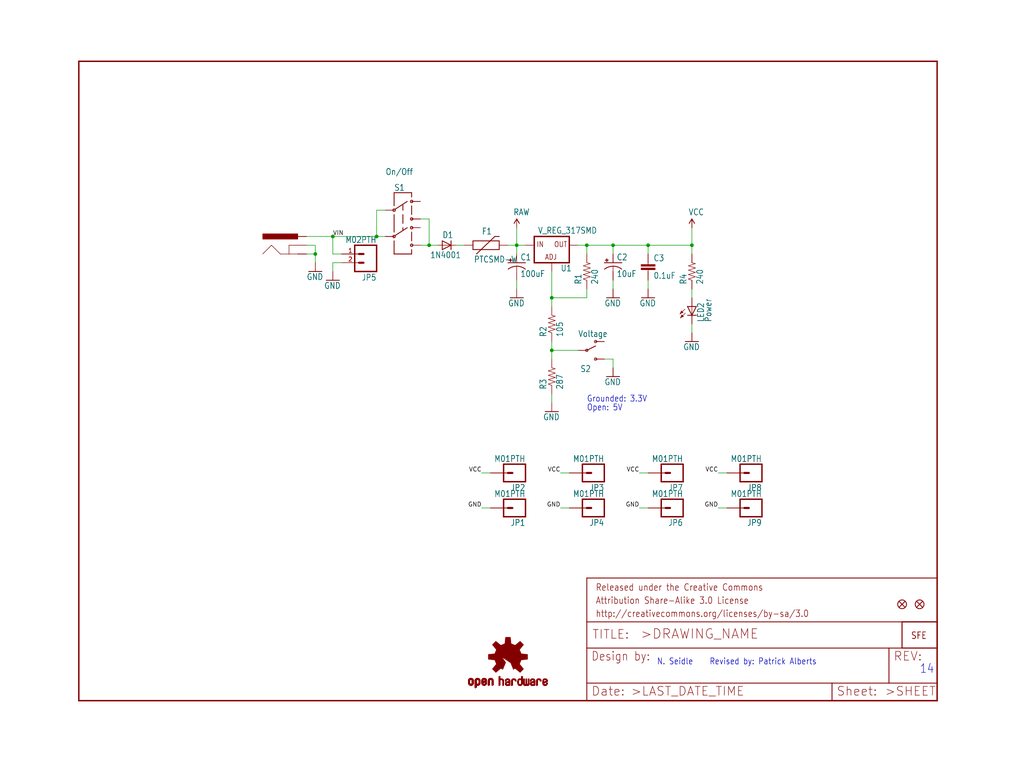
<source format=kicad_sch>
(kicad_sch (version 20211123) (generator eeschema)
  (paper "User" 297.002 223.926)
  (lib_symbols
    (symbol "eagleSchem-eagle-import:105OHM-1{slash}10W-1%(0603)"
      (property "Reference" "R" (at -3.81 1.4986 0))
      (property "Value" "105OHM-1{slash}10W-1%(0603)" (at -3.81 -3.302 0))
      (symbol "105OHM-1{slash}10W-1%(0603)_1_0"
        (pin passive line (at -5.08 0 0) (length 2.54) (name "1") (number "1"))
        (pin passive line (at 5.08 0 180) (length 2.54) (name "2") (number "2"))
      )
    )
    (symbol "eagleSchem-eagle-import:240OHM1{slash}10W1%(0603)"
      (property "Reference" "R" (at -3.81 1.4986 0))
      (property "Value" "240OHM1{slash}10W1%(0603)" (at -3.81 -3.302 0))
      (symbol "240OHM1{slash}10W1%(0603)_1_0"
        (pin passive line (at -5.08 0 0) (length 2.54) (name "1") (number "1"))
        (pin passive line (at 5.08 0 180) (length 2.54) (name "2") (number "2"))
      )
    )
    (symbol "eagleSchem-eagle-import:287OHM-1{slash}10W-1%(0603)"
      (property "Reference" "R" (at -3.81 1.4986 0))
      (property "Value" "287OHM-1{slash}10W-1%(0603)" (at -3.81 -3.302 0))
      (symbol "287OHM-1{slash}10W-1%(0603)_1_0"
        (pin passive line (at -5.08 0 0) (length 2.54) (name "1") (number "1"))
        (pin passive line (at 5.08 0 180) (length 2.54) (name "2") (number "2"))
      )
    )
    (symbol "eagleSchem-eagle-import:AYZ0202"
      (property "Value" "AYZ0202" (at -2.54 -12.7 0))
      (symbol "AYZ0202_1_0"
        (pin bidirectional line (at 5.08 0 180) (length 2.54) (name "3") (number "1"))
        (pin bidirectional line (at -5.08 2.54 0) (length 2.54) (name "2") (number "2"))
        (pin bidirectional line (at 5.08 5.08 180) (length 2.54) (name "1") (number "3"))
        (pin bidirectional line (at 5.08 -7.62 180) (length 2.54) (name "6") (number "4"))
        (pin bidirectional line (at -5.08 -5.08 0) (length 2.54) (name "5") (number "5"))
        (pin bidirectional line (at 5.08 -2.54 180) (length 2.54) (name "4") (number "6"))
      )
    )
    (symbol "eagleSchem-eagle-import:CAP0603-CAP"
      (property "Reference" "C" (at 1.524 2.921 0))
      (property "Value" "CAP0603-CAP" (at 1.524 -2.159 0))
      (symbol "CAP0603-CAP_1_0"
        (pin passive line (at 0 5.08 270) (length 2.54) (name "1") (number "1"))
        (pin passive line (at 0 -2.54 90) (length 2.54) (name "2") (number "2"))
      )
    )
    (symbol "eagleSchem-eagle-import:CAP_POL1206"
      (property "Reference" "C" (at 1.016 0.635 0))
      (property "Value" "CAP_POL1206" (at 1.016 -4.191 0))
      (symbol "CAP_POL1206_1_0"
        (pin passive line (at 0 2.54 270) (length 2.54) (name "+") (number "A"))
        (pin passive line (at 0 -5.08 90) (length 2.54) (name "-") (number "C"))
      )
    )
    (symbol "eagleSchem-eagle-import:CAP_POL7343"
      (property "Reference" "C" (at 1.016 0.635 0))
      (property "Value" "CAP_POL7343" (at 1.016 -4.191 0))
      (symbol "CAP_POL7343_1_0"
        (pin passive line (at 0 2.54 270) (length 2.54) (name "+") (number "A"))
        (pin passive line (at 0 -5.08 90) (length 2.54) (name "-") (number "C"))
      )
    )
    (symbol "eagleSchem-eagle-import:DIODESMA-TYLERALT1"
      (property "Reference" "D" (at 2.54 0.4826 0))
      (property "Value" "DIODESMA-TYLERALT1" (at 2.54 -2.3114 0))
      (symbol "DIODESMA-TYLERALT1_1_0"
        (pin passive line (at -2.54 0 0) (length 2.54) (name "A") (number "A"))
        (pin passive line (at 2.54 0 180) (length 2.54) (name "C") (number "C"))
      )
    )
    (symbol "eagleSchem-eagle-import:FIDUCIAL1X2")
    (symbol "eagleSchem-eagle-import:FRAME-LETTER"
      (symbol "FRAME-LETTER_2_0"
        (text ">DRAWING_NAME" (at 15.494 17.78 0) (effects (font (size 2.7432 2.7432)) (justify left bottom)))
        (text ">LAST_DATE_TIME" (at 12.7 1.27 0) (effects (font (size 2.54 2.54)) (justify left bottom)))
        (text ">SHEET" (at 86.36 1.27 0) (effects (font (size 2.54 2.54)) (justify left bottom)))
        (text "Attribution Share-Alike 3.0 License" (at 2.54 27.94 0) (effects (font (size 1.9304 1.6408)) (justify left bottom)))
        (text "Date:" (at 1.27 1.27 0) (effects (font (size 2.54 2.54)) (justify left bottom)))
        (text "Design by:" (at 1.27 11.43 0) (effects (font (size 2.54 2.159)) (justify left bottom)))
        (text "http://creativecommons.org/licenses/by-sa/3.0" (at 2.54 24.13 0) (effects (font (size 1.9304 1.6408)) (justify left bottom)))
        (text "Released under the Creative Commons" (at 2.54 31.75 0) (effects (font (size 1.9304 1.6408)) (justify left bottom)))
        (text "REV:" (at 88.9 11.43 0) (effects (font (size 2.54 2.54)) (justify left bottom)))
        (text "Sheet:" (at 72.39 1.27 0) (effects (font (size 2.54 2.54)) (justify left bottom)))
        (text "TITLE:" (at 1.524 17.78 0) (effects (font (size 2.54 2.54)) (justify left bottom)))
      )
    )
    (symbol "eagleSchem-eagle-import:GND" (power)
      (property "Value" "GND" (at -2.54 -2.54 0))
      (symbol "GND_1_0"
        (pin power_in line (at 0 2.54 270) (length 2.54) (name "GND") (number "1"))
      )
    )
    (symbol "eagleSchem-eagle-import:LED1206"
      (property "Reference" "LED" (at 3.556 -4.572 90))
      (property "Value" "LED1206" (at 5.715 -4.572 90))
      (symbol "LED1206_1_0"
        (pin passive line (at 0 2.54 270) (length 2.54) (name "A") (number "A"))
        (pin passive line (at 0 -5.08 90) (length 2.54) (name "C") (number "C"))
      )
    )
    (symbol "eagleSchem-eagle-import:LOGO-SFENEW"
      (symbol "LOGO-SFENEW_1_0"
        (text "SFE" (at 0 0 0) (effects (font (size 1.9304 1.6408)) (justify left bottom)))
      )
    )
    (symbol "eagleSchem-eagle-import:LOGO-SFESK"
      (symbol "LOGO-SFESK_1_0"
        (text "SFE" (at 0 0 0) (effects (font (size 1.9304 1.6408)) (justify left bottom)))
      )
    )
    (symbol "eagleSchem-eagle-import:M01PTH"
      (property "Reference" "JP" (at -2.54 3.302 0))
      (property "Value" "M01PTH" (at -2.54 -5.08 0))
      (symbol "M01PTH_1_0"
        (pin passive line (at 7.62 0 180) (length 5.08) (name "1") (number "1"))
      )
    )
    (symbol "eagleSchem-eagle-import:M02PTH"
      (property "Reference" "JP" (at -2.54 5.842 0))
      (property "Value" "M02PTH" (at -2.54 -5.08 0))
      (symbol "M02PTH_1_0"
        (pin passive line (at 7.62 0 180) (length 5.08) (name "1") (number "1"))
        (pin passive line (at 7.62 2.54 180) (length 5.08) (name "2") (number "2"))
      )
    )
    (symbol "eagleSchem-eagle-import:OSHW-LOGOS")
    (symbol "eagleSchem-eagle-import:POWER_JACKOVERPASTE_REDBOARD_0603"
      (symbol "POWER_JACKOVERPASTE_REDBOARD_0603_1_0"
        (pin bidirectional line (at 2.54 5.08 180) (length 2.54) (name "GNDBREAK") (number "GND"))
        (pin bidirectional line (at 2.54 2.54 180) (length 2.54) (name "GND") (number "P$4"))
        (pin bidirectional line (at 2.54 7.62 180) (length 2.54) (name "PWR") (number "VIN0"))
      )
    )
    (symbol "eagleSchem-eagle-import:PTCSMD-W"
      (property "Reference" "F" (at -2.54 3.048 0))
      (property "Value" "PTCSMD-W" (at -3.302 -5.08 0))
      (symbol "PTCSMD-W_1_0"
        (pin bidirectional line (at -5.08 0 0) (length 2.54) (name "1") (number "1"))
        (pin bidirectional line (at 7.62 0 180) (length 2.54) (name "2") (number "2"))
      )
    )
    (symbol "eagleSchem-eagle-import:SWITCH-SPSTSMD"
      (property "Reference" "S" (at -1.905 -6.35 0))
      (property "Value" "SWITCH-SPSTSMD" (at -2.54 3.81 0))
      (symbol "SWITCH-SPSTSMD_1_0"
        (pin passive line (at 5.08 2.54 180) (length 2.54) (name "O") (number "1"))
        (pin passive line (at -2.54 0 0) (length 2.54) (name "P") (number "2"))
        (pin passive line (at 5.08 -2.54 180) (length 2.54) (name "S") (number "3"))
      )
    )
    (symbol "eagleSchem-eagle-import:VCC" (power)
      (property "Value" "VCC" (at -1.016 3.556 0))
      (symbol "VCC_1_0"
        (pin power_in line (at 0 0 90) (length 2.54) (name "VCC") (number "1"))
      )
    )
    (symbol "eagleSchem-eagle-import:V_REG_317SMD"
      (property "Reference" "U" (at 2.54 -7.62 0))
      (property "Value" "V_REG_317SMD" (at 2.54 -10.16 0))
      (symbol "V_REG_317SMD_1_0"
        (text "ADJ" (at -2.032 -4.318 0) (effects (font (size 1.524 1.2954)) (justify left bottom)))
        (text "IN" (at -4.445 -0.635 0) (effects (font (size 1.524 1.2954)) (justify left bottom)))
        (text "OUT" (at 0.635 -0.635 0) (effects (font (size 1.524 1.2954)) (justify left bottom)))
        (pin input line (at 0 -7.62 90) (length 2.54) (name "ADJ") (number "1"))
        (pin output line (at 7.62 0 180) (length 2.54) (name "OUT") (number "2"))
        (pin input line (at -7.62 0 0) (length 2.54) (name "IN") (number "3"))
      )
    )
  )
  (junction (at 177.8 71.12))
  (junction (at 91.44 73.66))
  (junction (at 109.22 68.58))
  (junction (at 160.02 86.36))
  (junction (at 96.52 68.58))
  (junction (at 187.96 71.12))
  (junction (at 200.66 71.12))
  (junction (at 160.02 101.6))
  (junction (at 124.46 71.12))
  (junction (at 170.18 71.12))
  (junction (at 149.86 71.12))
  (wire (pts (xy 160.02 99.06) (xy 160.02 101.6)))
  (wire (pts (xy 170.18 71.12) (xy 177.8 71.12)))
  (wire (pts (xy 167.64 101.6) (xy 160.02 101.6)))
  (wire (pts (xy 177.8 104.14) (xy 177.8 106.68)))
  (wire (pts (xy 187.96 147.32) (xy 185.42 147.32)))
  (wire (pts (xy 160.02 101.6) (xy 160.02 104.14)))
  (wire (pts (xy 142.24 147.32) (xy 139.7 147.32)))
  (wire (pts (xy 167.64 71.12) (xy 170.18 71.12)))
  (wire (pts (xy 160.02 114.3) (xy 160.02 116.84)))
  (wire (pts (xy 160.02 86.36) (xy 160.02 78.74)))
  (wire (pts (xy 96.52 76.2) (xy 96.52 78.74)))
  (wire (pts (xy 124.46 63.5) (xy 124.46 71.12)))
  (wire (pts (xy 149.86 73.66) (xy 149.86 71.12)))
  (wire (pts (xy 88.9 71.12) (xy 91.44 71.12)))
  (wire (pts (xy 142.24 137.16) (xy 139.7 137.16)))
  (wire (pts (xy 187.96 73.66) (xy 187.96 71.12)))
  (wire (pts (xy 177.8 83.82) (xy 177.8 81.28)))
  (wire (pts (xy 121.92 63.5) (xy 124.46 63.5)))
  (wire (pts (xy 132.08 71.12) (xy 134.62 71.12)))
  (wire (pts (xy 165.1 137.16) (xy 162.56 137.16)))
  (wire (pts (xy 149.86 71.12) (xy 149.86 66.04)))
  (wire (pts (xy 88.9 68.58) (xy 96.52 68.58)))
  (wire (pts (xy 177.8 73.66) (xy 177.8 71.12)))
  (wire (pts (xy 170.18 86.36) (xy 160.02 86.36)))
  (wire (pts (xy 121.92 71.12) (xy 124.46 71.12)))
  (wire (pts (xy 124.46 71.12) (xy 127 71.12)))
  (wire (pts (xy 91.44 71.12) (xy 91.44 73.66)))
  (wire (pts (xy 99.06 73.66) (xy 96.52 73.66)))
  (wire (pts (xy 175.26 104.14) (xy 177.8 104.14)))
  (wire (pts (xy 177.8 71.12) (xy 187.96 71.12)))
  (wire (pts (xy 91.44 76.2) (xy 91.44 73.66)))
  (wire (pts (xy 187.96 137.16) (xy 185.42 137.16)))
  (wire (pts (xy 200.66 73.66) (xy 200.66 71.12)))
  (wire (pts (xy 96.52 68.58) (xy 109.22 68.58)))
  (wire (pts (xy 160.02 88.9) (xy 160.02 86.36)))
  (wire (pts (xy 187.96 83.82) (xy 187.96 81.28)))
  (wire (pts (xy 111.76 60.96) (xy 109.22 60.96)))
  (wire (pts (xy 210.82 147.32) (xy 208.28 147.32)))
  (wire (pts (xy 200.66 71.12) (xy 200.66 66.04)))
  (wire (pts (xy 91.44 73.66) (xy 88.9 73.66)))
  (wire (pts (xy 187.96 71.12) (xy 200.66 71.12)))
  (wire (pts (xy 147.32 71.12) (xy 149.86 71.12)))
  (wire (pts (xy 99.06 76.2) (xy 96.52 76.2)))
  (wire (pts (xy 109.22 60.96) (xy 109.22 68.58)))
  (wire (pts (xy 200.66 96.52) (xy 200.66 93.98)))
  (wire (pts (xy 109.22 68.58) (xy 111.76 68.58)))
  (wire (pts (xy 149.86 71.12) (xy 152.4 71.12)))
  (wire (pts (xy 170.18 83.82) (xy 170.18 86.36)))
  (wire (pts (xy 165.1 147.32) (xy 162.56 147.32)))
  (wire (pts (xy 170.18 73.66) (xy 170.18 71.12)))
  (wire (pts (xy 149.86 83.82) (xy 149.86 81.28)))
  (wire (pts (xy 96.52 73.66) (xy 96.52 68.58)))
  (wire (pts (xy 200.66 86.36) (xy 200.66 83.82)))
  (wire (pts (xy 210.82 137.16) (xy 208.28 137.16)))
  (text "N. Seidle" (at 190.5 193.04 180) (effects (font (size 1.778 1.5113)) (justify left bottom)))
  (text "Revised by: Patrick Alberts" (at 205.74 193.04 180) (effects (font (size 1.778 1.5113)) (justify left bottom)))
  (text "14" (at 266.7 195.58 180) (effects (font (size 2.54 2.159)) (justify left bottom)))
  (text "Open: 5V" (at 170.18 119.38 180) (effects (font (size 1.778 1.5113)) (justify left bottom)))
  (text "Grounded: 3.3V" (at 170.18 116.84 180) (effects (font (size 1.778 1.5113)) (justify left bottom)))
  (label "VIN" (at 96.52 68.58 0) (effects (font (size 1.2446 1.2446))))
  (label "VCC" (at 208.28 137.16 180) (effects (font (size 1.2446 1.2446))))
  (label "GND" (at 208.28 147.32 180) (effects (font (size 1.2446 1.2446))))
  (label "VCC" (at 162.56 137.16 180) (effects (font (size 1.2446 1.2446))))
  (label "VCC" (at 139.7 137.16 180) (effects (font (size 1.2446 1.2446))))
  (label "GND" (at 162.56 147.32 180) (effects (font (size 1.2446 1.2446))))
  (label "GND" (at 185.42 147.32 180) (effects (font (size 1.2446 1.2446))))
  (label "VCC" (at 185.42 137.16 180) (effects (font (size 1.2446 1.2446))))
  (label "GND" (at 139.7 147.32 180) (effects (font (size 1.2446 1.2446))))
  (symbol (lib_id "eagleSchem-eagle-import:GND") (at 177.8 109.22 0) (unit 1)
    (property "Reference" "#GND8" (effects hide))
    (property "Value" "GND" (at 175.26 111.76 0) (effects (font (size 1.778 1.5113)) (justify left bottom)))
    (property "Footprint" "eagleSchem:" (effects hide))
  )
  (symbol (lib_id "eagleSchem-eagle-import:M01PTH") (at 172.72 137.16 180) (unit 1)
    (property "Reference" "JP3" (at 175.26 140.462 0) (effects (font (size 1.778 1.5113)) (justify left bottom)))
    (property "Value" "M01PTH" (at 175.26 132.08 0) (effects (font (size 1.778 1.5113)) (justify left bottom)))
    (property "Footprint" "eagleSchem:1X01" (effects hide))
  )
  (symbol (lib_id "eagleSchem-eagle-import:CAP_POL1206") (at 177.8 76.2 0) (unit 1)
    (property "Reference" "C2" (at 178.816 75.565 0) (effects (font (size 1.778 1.5113)) (justify left bottom)))
    (property "Value" "10uF" (at 178.816 80.391 0) (effects (font (size 1.778 1.5113)) (justify left bottom)))
    (property "Footprint" "eagleSchem:EIA3216" (effects hide))
  )
  (symbol (lib_id "eagleSchem-eagle-import:M01PTH") (at 149.86 147.32 180) (unit 1)
    (property "Reference" "JP1" (at 152.4 150.622 0) (effects (font (size 1.778 1.5113)) (justify left bottom)))
    (property "Value" "M01PTH" (at 152.4 142.24 0) (effects (font (size 1.778 1.5113)) (justify left bottom)))
    (property "Footprint" "eagleSchem:1X01" (effects hide))
  )
  (symbol (lib_id "eagleSchem-eagle-import:GND") (at 96.52 81.28 0) (unit 1)
    (property "Reference" "#GND7" (effects hide))
    (property "Value" "GND" (at 93.98 83.82 0) (effects (font (size 1.778 1.5113)) (justify left bottom)))
    (property "Footprint" "eagleSchem:" (effects hide))
  )
  (symbol (lib_id "eagleSchem-eagle-import:SWITCH-SPSTSMD") (at 170.18 101.6 0) (unit 1)
    (property "Reference" "S2" (at 168.275 107.95 0) (effects (font (size 1.778 1.5113)) (justify left bottom)))
    (property "Value" "Voltage" (at 167.64 97.79 0) (effects (font (size 1.778 1.5113)) (justify left bottom)))
    (property "Footprint" "eagleSchem:AYZ0202" (effects hide))
  )
  (symbol (lib_id "eagleSchem-eagle-import:VCC") (at 200.66 66.04 0) (unit 1)
    (property "Reference" "#P+3" (effects hide))
    (property "Value" "VCC" (at 199.644 62.484 0) (effects (font (size 1.778 1.5113)) (justify left bottom)))
    (property "Footprint" "eagleSchem:" (effects hide))
  )
  (symbol (lib_id "eagleSchem-eagle-import:M01PTH") (at 195.58 147.32 180) (unit 1)
    (property "Reference" "JP6" (at 198.12 150.622 0) (effects (font (size 1.778 1.5113)) (justify left bottom)))
    (property "Value" "M01PTH" (at 198.12 142.24 0) (effects (font (size 1.778 1.5113)) (justify left bottom)))
    (property "Footprint" "eagleSchem:1X01" (effects hide))
  )
  (symbol (lib_id "eagleSchem-eagle-import:M01PTH") (at 218.44 137.16 180) (unit 1)
    (property "Reference" "JP8" (at 220.98 140.462 0) (effects (font (size 1.778 1.5113)) (justify left bottom)))
    (property "Value" "M01PTH" (at 220.98 132.08 0) (effects (font (size 1.778 1.5113)) (justify left bottom)))
    (property "Footprint" "eagleSchem:1X01" (effects hide))
  )
  (symbol (lib_id "eagleSchem-eagle-import:240OHM1{slash}10W1%(0603)") (at 170.18 78.74 90) (unit 1)
    (property "Reference" "R1" (at 168.6814 82.55 0) (effects (font (size 1.778 1.5113)) (justify left bottom)))
    (property "Value" "240" (at 173.482 82.55 0) (effects (font (size 1.778 1.5113)) (justify left bottom)))
    (property "Footprint" "eagleSchem:0603-RES" (effects hide))
  )
  (symbol (lib_id "eagleSchem-eagle-import:FIDUCIAL1X2") (at 261.62 175.26 0) (unit 1)
    (property "Reference" "U$3" (effects hide))
    (property "Value" "FIDUCIAL1X2" (effects hide))
    (property "Footprint" "eagleSchem:FIDUCIAL-1X2" (effects hide))
  )
  (symbol (lib_id "eagleSchem-eagle-import:V_REG_317SMD") (at 160.02 71.12 0) (unit 1)
    (property "Reference" "U1" (at 162.56 78.74 0) (effects (font (size 1.778 1.5113)) (justify left bottom)))
    (property "Value" "V_REG_317SMD" (at 155.956 67.818 0) (effects (font (size 1.778 1.5113)) (justify left bottom)))
    (property "Footprint" "eagleSchem:SOT223" (effects hide))
  )
  (symbol (lib_id "eagleSchem-eagle-import:GND") (at 177.8 86.36 0) (unit 1)
    (property "Reference" "#GND1" (effects hide))
    (property "Value" "GND" (at 175.26 88.9 0) (effects (font (size 1.778 1.5113)) (justify left bottom)))
    (property "Footprint" "eagleSchem:" (effects hide))
  )
  (symbol (lib_id "eagleSchem-eagle-import:CAP0603-CAP") (at 187.96 78.74 0) (unit 1)
    (property "Reference" "C3" (at 189.484 75.819 0) (effects (font (size 1.778 1.5113)) (justify left bottom)))
    (property "Value" "0.1uF" (at 189.484 80.899 0) (effects (font (size 1.778 1.5113)) (justify left bottom)))
    (property "Footprint" "eagleSchem:0603-CAP" (effects hide))
  )
  (symbol (lib_id "eagleSchem-eagle-import:PTCSMD-W") (at 139.7 71.12 0) (unit 1)
    (property "Reference" "F1" (at 139.7 68.072 0) (effects (font (size 1.778 1.5113)) (justify left bottom)))
    (property "Value" "PTCSMD-W" (at 137.414 76.2 0) (effects (font (size 1.778 1.5113)) (justify left bottom)))
    (property "Footprint" "eagleSchem:PTC-1206-WIDE" (effects hide))
  )
  (symbol (lib_id "eagleSchem-eagle-import:240OHM1{slash}10W1%(0603)") (at 200.66 78.74 90) (unit 1)
    (property "Reference" "R4" (at 199.1614 82.55 0) (effects (font (size 1.778 1.5113)) (justify left bottom)))
    (property "Value" "240" (at 203.962 82.55 0) (effects (font (size 1.778 1.5113)) (justify left bottom)))
    (property "Footprint" "eagleSchem:0603-RES" (effects hide))
  )
  (symbol (lib_id "eagleSchem-eagle-import:GND") (at 187.96 86.36 0) (unit 1)
    (property "Reference" "#GND2" (effects hide))
    (property "Value" "GND" (at 185.42 88.9 0) (effects (font (size 1.778 1.5113)) (justify left bottom)))
    (property "Footprint" "eagleSchem:" (effects hide))
  )
  (symbol (lib_id "eagleSchem-eagle-import:FRAME-LETTER") (at 170.18 203.2 0) (unit 2)
    (property "Reference" "FRAME1" (effects hide))
    (property "Value" "FRAME-LETTER" (effects hide))
    (property "Footprint" "eagleSchem:CREATIVE_COMMONS" (effects hide))
  )
  (symbol (lib_id "eagleSchem-eagle-import:GND") (at 149.86 86.36 0) (unit 1)
    (property "Reference" "#GND5" (effects hide))
    (property "Value" "GND" (at 147.32 88.9 0) (effects (font (size 1.778 1.5113)) (justify left bottom)))
    (property "Footprint" "eagleSchem:" (effects hide))
  )
  (symbol (lib_id "eagleSchem-eagle-import:LED1206") (at 200.66 88.9 0) (unit 1)
    (property "Reference" "LED2" (at 204.216 93.472 90) (effects (font (size 1.778 1.5113)) (justify left bottom)))
    (property "Value" "Power" (at 206.375 93.472 90) (effects (font (size 1.778 1.5113)) (justify left bottom)))
    (property "Footprint" "eagleSchem:LED-1206" (effects hide))
  )
  (symbol (lib_id "eagleSchem-eagle-import:CAP_POL7343") (at 149.86 76.2 0) (unit 1)
    (property "Reference" "C1" (at 150.876 75.565 0) (effects (font (size 1.778 1.5113)) (justify left bottom)))
    (property "Value" "100uF" (at 150.876 80.391 0) (effects (font (size 1.778 1.5113)) (justify left bottom)))
    (property "Footprint" "eagleSchem:EIA7343" (effects hide))
  )
  (symbol (lib_id "eagleSchem-eagle-import:VCC") (at 149.86 66.04 0) (unit 1)
    (property "Reference" "#RAW0" (effects hide))
    (property "Value" "RAW" (at 148.844 62.484 0) (effects (font (size 1.778 1.5113)) (justify left bottom)))
    (property "Footprint" "eagleSchem:" (effects hide))
  )
  (symbol (lib_id "eagleSchem-eagle-import:FRAME-LETTER") (at 22.86 203.2 0) (unit 1)
    (property "Reference" "FRAME1" (effects hide))
    (property "Value" "FRAME-LETTER" (effects hide))
    (property "Footprint" "eagleSchem:CREATIVE_COMMONS" (effects hide))
  )
  (symbol (lib_id "eagleSchem-eagle-import:GND") (at 91.44 78.74 0) (unit 1)
    (property "Reference" "#GND6" (effects hide))
    (property "Value" "GND" (at 88.9 81.28 0) (effects (font (size 1.778 1.5113)) (justify left bottom)))
    (property "Footprint" "eagleSchem:" (effects hide))
  )
  (symbol (lib_id "eagleSchem-eagle-import:M01PTH") (at 218.44 147.32 180) (unit 1)
    (property "Reference" "JP9" (at 220.98 150.622 0) (effects (font (size 1.778 1.5113)) (justify left bottom)))
    (property "Value" "M01PTH" (at 220.98 142.24 0) (effects (font (size 1.778 1.5113)) (justify left bottom)))
    (property "Footprint" "eagleSchem:1X01" (effects hide))
  )
  (symbol (lib_id "eagleSchem-eagle-import:M01PTH") (at 195.58 137.16 180) (unit 1)
    (property "Reference" "JP7" (at 198.12 140.462 0) (effects (font (size 1.778 1.5113)) (justify left bottom)))
    (property "Value" "M01PTH" (at 198.12 132.08 0) (effects (font (size 1.778 1.5113)) (justify left bottom)))
    (property "Footprint" "eagleSchem:1X01" (effects hide))
  )
  (symbol (lib_id "eagleSchem-eagle-import:287OHM-1{slash}10W-1%(0603)") (at 160.02 109.22 90) (unit 1)
    (property "Reference" "R3" (at 158.5214 113.03 0) (effects (font (size 1.778 1.5113)) (justify left bottom)))
    (property "Value" "287" (at 163.322 113.03 0) (effects (font (size 1.778 1.5113)) (justify left bottom)))
    (property "Footprint" "eagleSchem:0603-RES" (effects hide))
  )
  (symbol (lib_id "eagleSchem-eagle-import:M02PTH") (at 106.68 73.66 180) (unit 1)
    (property "Reference" "JP5" (at 109.22 79.502 0) (effects (font (size 1.778 1.5113)) (justify left bottom)))
    (property "Value" "M02PTH" (at 109.22 68.58 0) (effects (font (size 1.778 1.5113)) (justify left bottom)))
    (property "Footprint" "eagleSchem:1X02" (effects hide))
  )
  (symbol (lib_id "eagleSchem-eagle-import:GND") (at 160.02 119.38 0) (unit 1)
    (property "Reference" "#GND4" (effects hide))
    (property "Value" "GND" (at 157.48 121.92 0) (effects (font (size 1.778 1.5113)) (justify left bottom)))
    (property "Footprint" "eagleSchem:" (effects hide))
  )
  (symbol (lib_id "eagleSchem-eagle-import:DIODESMA-TYLERALT1") (at 129.54 71.12 0) (unit 1)
    (property "Reference" "D1" (at 128.27 69.1134 0) (effects (font (size 1.778 1.5113)) (justify left bottom)))
    (property "Value" "1N4001" (at 124.714 74.93 0) (effects (font (size 1.778 1.5113)) (justify left bottom)))
    (property "Footprint" "eagleSchem:SMA-DIODE-TYLERALT1" (effects hide))
  )
  (symbol (lib_id "eagleSchem-eagle-import:M01PTH") (at 149.86 137.16 180) (unit 1)
    (property "Reference" "JP2" (at 152.4 140.462 0) (effects (font (size 1.778 1.5113)) (justify left bottom)))
    (property "Value" "M01PTH" (at 152.4 132.08 0) (effects (font (size 1.778 1.5113)) (justify left bottom)))
    (property "Footprint" "eagleSchem:1X01" (effects hide))
  )
  (symbol (lib_id "eagleSchem-eagle-import:OSHW-LOGOS") (at 147.32 190.5 0) (unit 1)
    (property "Reference" "LOGO1" (effects hide))
    (property "Value" "OSHW-LOGOS" (effects hide))
    (property "Footprint" "eagleSchem:OSHW-LOGO-S" (effects hide))
  )
  (symbol (lib_id "eagleSchem-eagle-import:GND") (at 200.66 99.06 0) (unit 1)
    (property "Reference" "#GND3" (effects hide))
    (property "Value" "GND" (at 198.12 101.6 0) (effects (font (size 1.778 1.5113)) (justify left bottom)))
    (property "Footprint" "eagleSchem:" (effects hide))
  )
  (symbol (lib_id "eagleSchem-eagle-import:M01PTH") (at 172.72 147.32 180) (unit 1)
    (property "Reference" "JP4" (at 175.26 150.622 0) (effects (font (size 1.778 1.5113)) (justify left bottom)))
    (property "Value" "M01PTH" (at 175.26 142.24 0) (effects (font (size 1.778 1.5113)) (justify left bottom)))
    (property "Footprint" "eagleSchem:1X01" (effects hide))
  )
  (symbol (lib_id "eagleSchem-eagle-import:AYZ0202") (at 116.84 63.5 0) (unit 1)
    (property "Reference" "S1" (at 114.3 55.372 0) (effects (font (size 1.778 1.5113)) (justify left bottom)))
    (property "Value" "On/Off" (at 111.76 50.8 0) (effects (font (size 1.778 1.5113)) (justify left bottom)))
    (property "Footprint" "eagleSchem:AYZ0202" (effects hide))
  )
  (symbol (lib_id "eagleSchem-eagle-import:LOGO-SFENEW") (at 264.16 185.42 0) (unit 1)
    (property "Reference" "U$2" (effects hide))
    (property "Value" "LOGO-SFENEW" (effects hide))
    (property "Footprint" "eagleSchem:SFE-NEW-WEBLOGO" (effects hide))
  )
  (symbol (lib_id "eagleSchem-eagle-import:105OHM-1{slash}10W-1%(0603)") (at 160.02 93.98 90) (unit 1)
    (property "Reference" "R2" (at 158.5214 97.79 0) (effects (font (size 1.778 1.5113)) (justify left bottom)))
    (property "Value" "105" (at 163.322 97.79 0) (effects (font (size 1.778 1.5113)) (justify left bottom)))
    (property "Footprint" "eagleSchem:0603-RES" (effects hide))
  )
  (symbol (lib_id "eagleSchem-eagle-import:FIDUCIAL1X2") (at 266.7 175.26 0) (unit 1)
    (property "Reference" "U$4" (effects hide))
    (property "Value" "FIDUCIAL1X2" (effects hide))
    (property "Footprint" "eagleSchem:FIDUCIAL-1X2" (effects hide))
  )
  (symbol (lib_id "eagleSchem-eagle-import:LOGO-SFESK") (at 264.16 185.42 0) (unit 1)
    (property "Reference" "U$1" (effects hide))
    (property "Value" "LOGO-SFESK" (effects hide))
    (property "Footprint" "eagleSchem:SFE-LOGO-FLAME" (effects hide))
  )
  (symbol (lib_id "eagleSchem-eagle-import:POWER_JACKOVERPASTE_REDBOARD_0603") (at 86.36 76.2 0) (unit 1)
    (property "Reference" "J1" (effects hide))
    (property "Value" "POWER_JACKOVERPASTE_REDBOARD_0603" (effects hide))
    (property "Footprint" "eagleSchem:POWER_JACK_SMD_OVERPASTE_REDBOARD_0603" (effects hide))
  )
)
</source>
